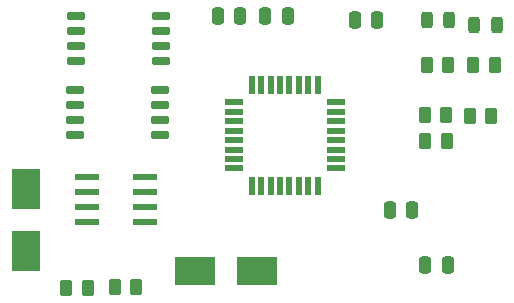
<source format=gtp>
%TF.GenerationSoftware,KiCad,Pcbnew,(6.0.1-0)*%
%TF.CreationDate,2022-02-08T18:28:07-07:00*%
%TF.ProjectId,MCU Datalogger,4d435520-4461-4746-916c-6f676765722e,1*%
%TF.SameCoordinates,Original*%
%TF.FileFunction,Paste,Top*%
%TF.FilePolarity,Positive*%
%FSLAX46Y46*%
G04 Gerber Fmt 4.6, Leading zero omitted, Abs format (unit mm)*
G04 Created by KiCad (PCBNEW (6.0.1-0)) date 2022-02-08 18:28:07*
%MOMM*%
%LPD*%
G01*
G04 APERTURE LIST*
G04 Aperture macros list*
%AMRoundRect*
0 Rectangle with rounded corners*
0 $1 Rounding radius*
0 $2 $3 $4 $5 $6 $7 $8 $9 X,Y pos of 4 corners*
0 Add a 4 corners polygon primitive as box body*
4,1,4,$2,$3,$4,$5,$6,$7,$8,$9,$2,$3,0*
0 Add four circle primitives for the rounded corners*
1,1,$1+$1,$2,$3*
1,1,$1+$1,$4,$5*
1,1,$1+$1,$6,$7*
1,1,$1+$1,$8,$9*
0 Add four rect primitives between the rounded corners*
20,1,$1+$1,$2,$3,$4,$5,0*
20,1,$1+$1,$4,$5,$6,$7,0*
20,1,$1+$1,$6,$7,$8,$9,0*
20,1,$1+$1,$8,$9,$2,$3,0*%
G04 Aperture macros list end*
%ADD10RoundRect,0.250000X0.262500X0.450000X-0.262500X0.450000X-0.262500X-0.450000X0.262500X-0.450000X0*%
%ADD11RoundRect,0.250000X-0.262500X-0.450000X0.262500X-0.450000X0.262500X0.450000X-0.262500X0.450000X0*%
%ADD12RoundRect,0.250000X0.250000X0.475000X-0.250000X0.475000X-0.250000X-0.475000X0.250000X-0.475000X0*%
%ADD13RoundRect,0.243750X-0.243750X-0.456250X0.243750X-0.456250X0.243750X0.456250X-0.243750X0.456250X0*%
%ADD14RoundRect,0.150000X-0.650000X-0.150000X0.650000X-0.150000X0.650000X0.150000X-0.650000X0.150000X0*%
%ADD15R,2.400000X3.500000*%
%ADD16R,1.500000X0.550000*%
%ADD17R,0.550000X1.500000*%
%ADD18RoundRect,0.250000X-0.250000X-0.475000X0.250000X-0.475000X0.250000X0.475000X-0.250000X0.475000X0*%
%ADD19R,3.500000X2.400000*%
%ADD20RoundRect,0.041300X-0.943700X-0.253700X0.943700X-0.253700X0.943700X0.253700X-0.943700X0.253700X0*%
G04 APERTURE END LIST*
D10*
%TO.C,R4*%
X116103400Y-85801200D03*
X114278400Y-85801200D03*
%TD*%
%TO.C,R2*%
X89863300Y-100355400D03*
X88038300Y-100355400D03*
%TD*%
D11*
%TO.C,R7*%
X114454300Y-81559400D03*
X116279300Y-81559400D03*
%TD*%
D10*
%TO.C,R5*%
X120241700Y-81559400D03*
X118416700Y-81559400D03*
%TD*%
D12*
%TO.C,C2*%
X113243400Y-93802200D03*
X111343400Y-93802200D03*
%TD*%
D13*
%TO.C,D2*%
X114505500Y-77698600D03*
X116380500Y-77698600D03*
%TD*%
D14*
%TO.C,U1*%
X84690400Y-83693000D03*
X84690400Y-84963000D03*
X84690400Y-86233000D03*
X84690400Y-87503000D03*
X91890400Y-87503000D03*
X91890400Y-86233000D03*
X91890400Y-84963000D03*
X91890400Y-83693000D03*
%TD*%
D15*
%TO.C,Y1*%
X80568800Y-92065800D03*
X80568800Y-97265800D03*
%TD*%
D16*
%TO.C,U4*%
X98138200Y-84703000D03*
X98138200Y-85503000D03*
X98138200Y-86303000D03*
X98138200Y-87103000D03*
X98138200Y-87903000D03*
X98138200Y-88703000D03*
X98138200Y-89503000D03*
X98138200Y-90303000D03*
D17*
X99638200Y-91803000D03*
X100438200Y-91803000D03*
X101238200Y-91803000D03*
X102038200Y-91803000D03*
X102838200Y-91803000D03*
X103638200Y-91803000D03*
X104438200Y-91803000D03*
X105238200Y-91803000D03*
D16*
X106738200Y-90303000D03*
X106738200Y-89503000D03*
X106738200Y-88703000D03*
X106738200Y-87903000D03*
X106738200Y-87103000D03*
X106738200Y-86303000D03*
X106738200Y-85503000D03*
X106738200Y-84703000D03*
D17*
X105238200Y-83203000D03*
X104438200Y-83203000D03*
X103638200Y-83203000D03*
X102838200Y-83203000D03*
X102038200Y-83203000D03*
X101238200Y-83203000D03*
X100438200Y-83203000D03*
X99638200Y-83203000D03*
%TD*%
D14*
%TO.C,U3*%
X84792000Y-77419200D03*
X84792000Y-78689200D03*
X84792000Y-79959200D03*
X84792000Y-81229200D03*
X91992000Y-81229200D03*
X91992000Y-79959200D03*
X91992000Y-78689200D03*
X91992000Y-77419200D03*
%TD*%
D13*
%TO.C,D1*%
X118493300Y-78130400D03*
X120368300Y-78130400D03*
%TD*%
D10*
%TO.C,R3*%
X116152300Y-87985600D03*
X114327300Y-87985600D03*
%TD*%
D18*
%TO.C,C5*%
X108371600Y-77724000D03*
X110271600Y-77724000D03*
%TD*%
%TO.C,C1*%
X96763800Y-77393800D03*
X98663800Y-77393800D03*
%TD*%
D19*
%TO.C,Y2*%
X100059800Y-99009200D03*
X94859800Y-99009200D03*
%TD*%
D11*
%TO.C,R1*%
X83948900Y-100380800D03*
X85773900Y-100380800D03*
%TD*%
%TO.C,R6*%
X118111900Y-85826600D03*
X119936900Y-85826600D03*
%TD*%
D20*
%TO.C,U2*%
X85663000Y-91033600D03*
X85663000Y-92303600D03*
X85663000Y-93573600D03*
X85663000Y-94843600D03*
X90613000Y-94843600D03*
X90613000Y-93573600D03*
X90613000Y-92303600D03*
X90613000Y-91033600D03*
%TD*%
D18*
%TO.C,C3*%
X100802400Y-77368400D03*
X102702400Y-77368400D03*
%TD*%
D12*
%TO.C,C4*%
X116255800Y-98501200D03*
X114355800Y-98501200D03*
%TD*%
M02*

</source>
